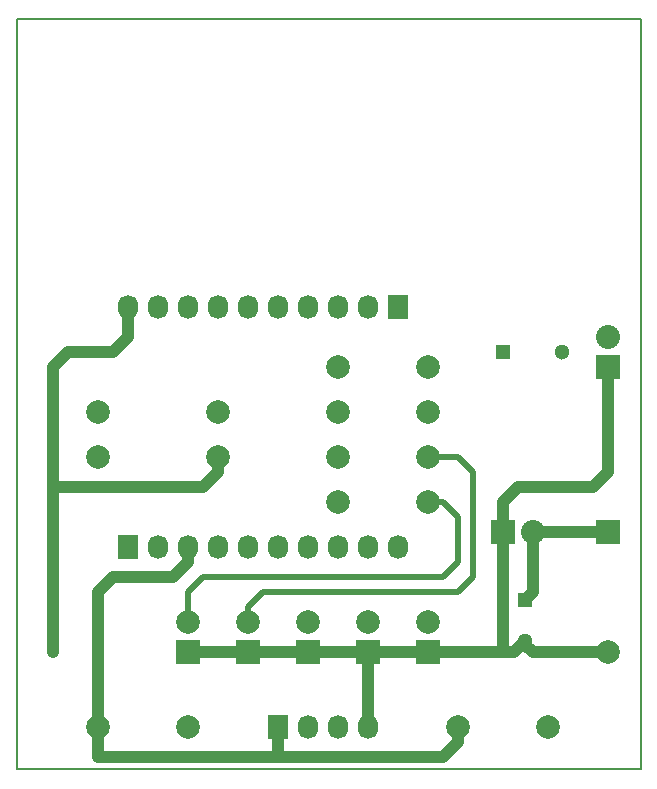
<source format=gbr>
G04 #@! TF.GenerationSoftware,KiCad,Pcbnew,5.1.5+dfsg1-2build2*
G04 #@! TF.CreationDate,2024-03-17T19:22:37+01:00*
G04 #@! TF.ProjectId,mm7d,6d6d3764-2e6b-4696-9361-645f70636258,231006*
G04 #@! TF.SameCoordinates,Original*
G04 #@! TF.FileFunction,Copper,L1,Top*
G04 #@! TF.FilePolarity,Positive*
%FSLAX46Y46*%
G04 Gerber Fmt 4.6, Leading zero omitted, Abs format (unit mm)*
G04 Created by KiCad (PCBNEW 5.1.5+dfsg1-2build2) date 2024-03-17 19:22:37*
%MOMM*%
%LPD*%
G04 APERTURE LIST*
%ADD10C,0.150000*%
%ADD11C,1.998980*%
%ADD12R,2.000000X2.000000*%
%ADD13C,2.000000*%
%ADD14R,1.727200X2.032000*%
%ADD15O,1.727200X2.032000*%
%ADD16R,1.300000X1.300000*%
%ADD17C,1.300000*%
%ADD18R,2.032000X2.032000*%
%ADD19O,2.032000X2.032000*%
%ADD20R,1.998980X1.998980*%
%ADD21C,0.600000*%
%ADD22C,1.000000*%
%ADD23C,0.500000*%
G04 APERTURE END LIST*
D10*
X123952000Y-67056000D02*
X123952000Y-130556000D01*
X176784000Y-67056000D02*
X123952000Y-67056000D01*
X176784000Y-130556000D02*
X176784000Y-67056000D01*
X123952000Y-130556000D02*
X176784000Y-130556000D01*
D11*
X158750000Y-96520000D03*
X151130000Y-96520000D03*
X151130000Y-100330000D03*
X158750000Y-100330000D03*
X151130000Y-107950000D03*
X158750000Y-107950000D03*
X151130000Y-104140000D03*
X158750000Y-104140000D03*
X130810000Y-127000000D03*
X138430000Y-127000000D03*
X130810000Y-100330000D03*
X140970000Y-100330000D03*
X130810000Y-104140000D03*
X140970000Y-104140000D03*
D12*
X138430000Y-120650000D03*
D13*
X138430000Y-118110000D03*
D12*
X143510000Y-120650000D03*
D13*
X143510000Y-118110000D03*
D12*
X148590000Y-120650000D03*
D13*
X148590000Y-118110000D03*
D12*
X153670000Y-120650000D03*
D13*
X153670000Y-118110000D03*
D12*
X158750000Y-120650000D03*
D13*
X158750000Y-118110000D03*
D14*
X146050000Y-127000000D03*
D15*
X148590000Y-127000000D03*
X151130000Y-127000000D03*
X153670000Y-127000000D03*
D14*
X133350000Y-111760000D03*
D15*
X135890000Y-111760000D03*
X138430000Y-111760000D03*
X140970000Y-111760000D03*
X143510000Y-111760000D03*
X146050000Y-111760000D03*
X148590000Y-111760000D03*
X151130000Y-111760000D03*
X153670000Y-111760000D03*
X156210000Y-111760000D03*
D14*
X156210000Y-91440000D03*
D15*
X153670000Y-91440000D03*
X151130000Y-91440000D03*
X148590000Y-91440000D03*
X146050000Y-91440000D03*
X143510000Y-91440000D03*
X140970000Y-91440000D03*
X138430000Y-91440000D03*
X135890000Y-91440000D03*
X133350000Y-91440000D03*
D16*
X165100000Y-95250000D03*
D17*
X170100000Y-95250000D03*
D18*
X165100000Y-110490000D03*
D19*
X167640000Y-110490000D03*
D18*
X173990000Y-96520000D03*
D19*
X173990000Y-93980000D03*
D17*
X167005000Y-119705000D03*
D16*
X167005000Y-116205000D03*
D11*
X168910000Y-127000000D03*
X161290000Y-127000000D03*
X173992540Y-120650000D03*
D20*
X173992540Y-110490000D03*
D21*
X127000000Y-120650000D03*
D22*
X167640000Y-110490000D02*
X167640000Y-115570000D01*
X167640000Y-115570000D02*
X167005000Y-116205000D01*
X167640000Y-110490000D02*
X173992540Y-110490000D01*
X143510000Y-120650000D02*
X138430000Y-120650000D01*
X148590000Y-120650000D02*
X143510000Y-120650000D01*
X153670000Y-120650000D02*
X148590000Y-120650000D01*
X133350000Y-91440000D02*
X133350000Y-93980000D01*
X133350000Y-93980000D02*
X132080000Y-95250000D01*
X132080000Y-95250000D02*
X128270000Y-95250000D01*
X128270000Y-95250000D02*
X127000000Y-96520000D01*
X127000000Y-96520000D02*
X127000000Y-106680000D01*
X140970000Y-104140000D02*
X140970000Y-105410000D01*
X127000000Y-106680000D02*
X127000000Y-120650000D01*
X139700000Y-106680000D02*
X127000000Y-106680000D01*
X140970000Y-105410000D02*
X139700000Y-106680000D01*
X165100000Y-120650000D02*
X158750000Y-120650000D01*
X158750000Y-120650000D02*
X153670000Y-120650000D01*
X165100000Y-110490000D02*
X165100000Y-107950000D01*
X173990000Y-105410000D02*
X173990000Y-96520000D01*
X172720000Y-106680000D02*
X173990000Y-105410000D01*
X166370000Y-106680000D02*
X172720000Y-106680000D01*
X165100000Y-107950000D02*
X166370000Y-106680000D01*
X153670000Y-127000000D02*
X153670000Y-120650000D01*
X165100000Y-110490000D02*
X165100000Y-120650000D01*
X167005000Y-119705000D02*
X167005000Y-120015000D01*
X167005000Y-120015000D02*
X167640000Y-120650000D01*
X167640000Y-120650000D02*
X173992540Y-120650000D01*
X165100000Y-120650000D02*
X166060000Y-120650000D01*
X166060000Y-120650000D02*
X167005000Y-119705000D01*
X130810000Y-127000000D02*
X130810000Y-115570000D01*
X138430000Y-113030000D02*
X138430000Y-111760000D01*
X137160000Y-114300000D02*
X138430000Y-113030000D01*
X132080000Y-114300000D02*
X137160000Y-114300000D01*
X130810000Y-115570000D02*
X132080000Y-114300000D01*
X146050000Y-129540000D02*
X160020000Y-129540000D01*
X161290000Y-128270000D02*
X161290000Y-127000000D01*
X160020000Y-129540000D02*
X161290000Y-128270000D01*
X130810000Y-127000000D02*
X130810000Y-129540000D01*
X146050000Y-129540000D02*
X146050000Y-127000000D01*
X130810000Y-129540000D02*
X146050000Y-129540000D01*
D23*
X143510000Y-118110000D02*
X143510000Y-116840000D01*
X161290000Y-104140000D02*
X158750000Y-104140000D01*
X162560000Y-105410000D02*
X161290000Y-104140000D01*
X162560000Y-114300000D02*
X162560000Y-105410000D01*
X161290000Y-115570000D02*
X162560000Y-114300000D01*
X144780000Y-115570000D02*
X161290000Y-115570000D01*
X143510000Y-116840000D02*
X144780000Y-115570000D01*
X158750000Y-107950000D02*
X160020000Y-107950000D01*
X138430000Y-115570000D02*
X138430000Y-118110000D01*
X139700000Y-114300000D02*
X138430000Y-115570000D01*
X149860000Y-114300000D02*
X139700000Y-114300000D01*
X160020000Y-114300000D02*
X149860000Y-114300000D01*
X161290000Y-113030000D02*
X160020000Y-114300000D01*
X161290000Y-109220000D02*
X161290000Y-113030000D01*
X160020000Y-107950000D02*
X161290000Y-109220000D01*
M02*

</source>
